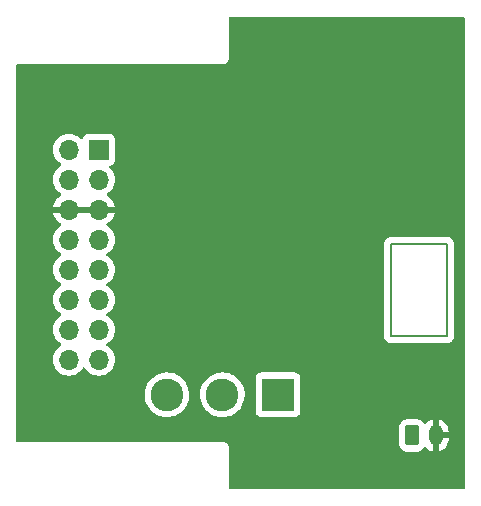
<source format=gbr>
%TF.GenerationSoftware,KiCad,Pcbnew,(6.0.4-0)*%
%TF.CreationDate,2024-03-24T13:43:06+02:00*%
%TF.ProjectId,Project_PCB_v1,50726f6a-6563-4745-9f50-43425f76312e,rev?*%
%TF.SameCoordinates,Original*%
%TF.FileFunction,Copper,L2,Bot*%
%TF.FilePolarity,Positive*%
%FSLAX46Y46*%
G04 Gerber Fmt 4.6, Leading zero omitted, Abs format (unit mm)*
G04 Created by KiCad (PCBNEW (6.0.4-0)) date 2024-03-24 13:43:06*
%MOMM*%
%LPD*%
G01*
G04 APERTURE LIST*
G04 Aperture macros list*
%AMRoundRect*
0 Rectangle with rounded corners*
0 $1 Rounding radius*
0 $2 $3 $4 $5 $6 $7 $8 $9 X,Y pos of 4 corners*
0 Add a 4 corners polygon primitive as box body*
4,1,4,$2,$3,$4,$5,$6,$7,$8,$9,$2,$3,0*
0 Add four circle primitives for the rounded corners*
1,1,$1+$1,$2,$3*
1,1,$1+$1,$4,$5*
1,1,$1+$1,$6,$7*
1,1,$1+$1,$8,$9*
0 Add four rect primitives between the rounded corners*
20,1,$1+$1,$2,$3,$4,$5,0*
20,1,$1+$1,$4,$5,$6,$7,0*
20,1,$1+$1,$6,$7,$8,$9,0*
20,1,$1+$1,$8,$9,$2,$3,0*%
G04 Aperture macros list end*
%TA.AperFunction,NonConductor*%
%ADD10C,0.200000*%
%TD*%
%TA.AperFunction,ComponentPad*%
%ADD11R,1.700000X1.700000*%
%TD*%
%TA.AperFunction,ComponentPad*%
%ADD12O,1.700000X1.700000*%
%TD*%
%TA.AperFunction,ComponentPad*%
%ADD13RoundRect,0.250000X-0.350000X-0.625000X0.350000X-0.625000X0.350000X0.625000X-0.350000X0.625000X0*%
%TD*%
%TA.AperFunction,ComponentPad*%
%ADD14O,1.200000X1.750000*%
%TD*%
%TA.AperFunction,ComponentPad*%
%ADD15R,2.775000X2.775000*%
%TD*%
%TA.AperFunction,ComponentPad*%
%ADD16C,2.775000*%
%TD*%
%TA.AperFunction,ViaPad*%
%ADD17C,0.800000*%
%TD*%
G04 APERTURE END LIST*
D10*
X118250000Y-82250000D02*
X123000000Y-82250000D01*
X123000000Y-82250000D02*
X123000000Y-90000000D01*
X123000000Y-90000000D02*
X118250000Y-90000000D01*
X118250000Y-90000000D02*
X118250000Y-82250000D01*
D11*
%TO.P,PinCon1,1,Pin_1*%
%TO.N,Motor2_A*%
X93500000Y-74250000D03*
D12*
%TO.P,PinCon1,2,Pin_2*%
%TO.N,PC6-9 PWM1*%
X90960000Y-74250000D03*
%TO.P,PinCon1,3,Pin_3*%
%TO.N,Motor2_B*%
X93500000Y-76790000D03*
%TO.P,PinCon1,4,Pin_4*%
%TO.N,PC6-9 PWM2*%
X90960000Y-76790000D03*
%TO.P,PinCon1,5,Pin_5*%
%TO.N,GND*%
X93500000Y-79330000D03*
%TO.P,PinCon1,6,Pin_6*%
X90960000Y-79330000D03*
%TO.P,PinCon1,7,Pin_7*%
%TO.N,BATT_1*%
X93500000Y-81870000D03*
%TO.P,PinCon1,8,Pin_8*%
X90960000Y-81870000D03*
%TO.P,PinCon1,9,Pin_9*%
%TO.N,Reserve*%
X93500000Y-84410000D03*
%TO.P,PinCon1,10,Pin_10*%
%TO.N,BATT_ADC*%
X90960000Y-84410000D03*
%TO.P,PinCon1,11,Pin_11*%
%TO.N,5V_1*%
X93500000Y-86950000D03*
%TO.P,PinCon1,12,Pin_12*%
X90960000Y-86950000D03*
%TO.P,PinCon1,13,Pin_13*%
%TO.N,Motor1_A*%
X93500000Y-89490000D03*
%TO.P,PinCon1,14,Pin_14*%
%TO.N,PC6-9 PWM3*%
X90960000Y-89490000D03*
%TO.P,PinCon1,15,Pin_15*%
%TO.N,Motor1_B*%
X93500000Y-92030000D03*
%TO.P,PinCon1,16,Pin_16*%
%TO.N,PC6-9 PWM4*%
X90960000Y-92030000D03*
%TD*%
D13*
%TO.P,J2,1,Pin_1*%
%TO.N,Net-(J2-Pad1)*%
X120005000Y-98445000D03*
D14*
%TO.P,J2,2,Pin_2*%
%TO.N,GND*%
X122005000Y-98445000D03*
%TD*%
D15*
%TO.P,SB1,1*%
%TO.N,Net-(JP_SB_Bat1-Pad2)*%
X108665000Y-95000000D03*
D16*
%TO.P,SB1,2*%
%TO.N,Net-(JP_SB1-Pad2)*%
X103965000Y-95000000D03*
%TO.P,SB1,3*%
%TO.N,unconnected-(SB1-Pad3)*%
X99265000Y-95000000D03*
%TD*%
D17*
%TO.N,GND*%
X107500000Y-76500000D03*
X108465000Y-72500000D03*
X112965000Y-79250000D03*
X88500000Y-87000000D03*
X95965000Y-81500000D03*
X124000000Y-86500000D03*
X115215000Y-71500000D03*
X121465000Y-72250000D03*
X117250000Y-76000000D03*
X105465000Y-84250000D03*
X107465000Y-65250000D03*
%TD*%
%TA.AperFunction,Conductor*%
%TO.N,GND*%
G36*
X124441621Y-63020502D02*
G01*
X124488114Y-63074158D01*
X124499500Y-63126500D01*
X124499500Y-102873500D01*
X124479498Y-102941621D01*
X124425842Y-102988114D01*
X124373500Y-102999500D01*
X104626500Y-102999500D01*
X104558379Y-102979498D01*
X104511886Y-102925842D01*
X104500500Y-102873500D01*
X104500500Y-99508574D01*
X104500502Y-99507804D01*
X104500914Y-99440350D01*
X104500969Y-99431376D01*
X104493007Y-99403518D01*
X104489429Y-99386757D01*
X104486596Y-99366971D01*
X104486596Y-99366970D01*
X104485323Y-99358082D01*
X104474925Y-99335212D01*
X104468477Y-99317688D01*
X104464038Y-99302155D01*
X104464036Y-99302151D01*
X104461572Y-99293529D01*
X104446111Y-99269024D01*
X104437974Y-99253942D01*
X104429702Y-99235748D01*
X104429700Y-99235745D01*
X104425984Y-99227572D01*
X104409581Y-99208536D01*
X104398473Y-99193523D01*
X104385070Y-99172280D01*
X104378341Y-99166337D01*
X104378339Y-99166335D01*
X104363356Y-99153103D01*
X104351310Y-99140909D01*
X104338260Y-99125764D01*
X104333178Y-99119866D01*
X118904500Y-99119866D01*
X118904837Y-99123112D01*
X118904837Y-99123116D01*
X118913701Y-99208537D01*
X118915359Y-99224519D01*
X118970744Y-99390529D01*
X119062834Y-99539345D01*
X119186689Y-99662984D01*
X119335666Y-99754814D01*
X119342614Y-99757119D01*
X119342615Y-99757119D01*
X119495241Y-99807744D01*
X119495243Y-99807745D01*
X119501772Y-99809910D01*
X119605134Y-99820500D01*
X120404866Y-99820500D01*
X120408112Y-99820163D01*
X120408116Y-99820163D01*
X120502661Y-99810353D01*
X120502665Y-99810352D01*
X120509519Y-99809641D01*
X120516055Y-99807460D01*
X120516057Y-99807460D01*
X120668581Y-99756574D01*
X120675529Y-99754256D01*
X120824345Y-99662166D01*
X120947984Y-99538311D01*
X120981087Y-99484608D01*
X121033858Y-99437114D01*
X121103930Y-99425690D01*
X121169054Y-99453963D01*
X121187431Y-99472888D01*
X121195259Y-99482853D01*
X121203499Y-99491506D01*
X121354123Y-99622212D01*
X121363847Y-99629147D01*
X121536467Y-99729010D01*
X121547331Y-99733984D01*
X121735727Y-99799407D01*
X121736716Y-99799648D01*
X121747008Y-99798180D01*
X121751000Y-99784615D01*
X121751000Y-99780402D01*
X122259000Y-99780402D01*
X122262973Y-99793933D01*
X122272399Y-99795288D01*
X122361537Y-99773806D01*
X122372832Y-99769917D01*
X122554382Y-99687371D01*
X122564724Y-99681424D01*
X122727397Y-99566032D01*
X122736425Y-99558239D01*
X122874342Y-99414169D01*
X122881738Y-99404804D01*
X122989921Y-99237259D01*
X122995417Y-99226655D01*
X123069961Y-99041688D01*
X123073355Y-99030230D01*
X123111857Y-98833072D01*
X123112934Y-98824209D01*
X123113000Y-98821500D01*
X123113000Y-98717115D01*
X123108525Y-98701876D01*
X123107135Y-98700671D01*
X123099452Y-98699000D01*
X122277115Y-98699000D01*
X122261876Y-98703475D01*
X122260671Y-98704865D01*
X122259000Y-98712548D01*
X122259000Y-99780402D01*
X121751000Y-99780402D01*
X121751000Y-98172885D01*
X122259000Y-98172885D01*
X122263475Y-98188124D01*
X122264865Y-98189329D01*
X122272548Y-98191000D01*
X123094885Y-98191000D01*
X123110124Y-98186525D01*
X123111329Y-98185135D01*
X123113000Y-98177452D01*
X123113000Y-98120168D01*
X123112715Y-98114192D01*
X123098529Y-97965506D01*
X123096270Y-97953772D01*
X123040128Y-97762401D01*
X123035698Y-97751325D01*
X122944381Y-97574022D01*
X122937931Y-97563976D01*
X122814738Y-97407143D01*
X122806501Y-97398494D01*
X122655877Y-97267788D01*
X122646153Y-97260853D01*
X122473533Y-97160990D01*
X122462669Y-97156016D01*
X122274273Y-97090593D01*
X122273284Y-97090352D01*
X122262992Y-97091820D01*
X122259000Y-97105385D01*
X122259000Y-98172885D01*
X121751000Y-98172885D01*
X121751000Y-97109598D01*
X121747027Y-97096067D01*
X121737601Y-97094712D01*
X121648463Y-97116194D01*
X121637168Y-97120083D01*
X121455618Y-97202629D01*
X121445276Y-97208576D01*
X121282603Y-97323968D01*
X121273575Y-97331761D01*
X121180751Y-97428726D01*
X121119196Y-97464102D01*
X121048286Y-97460583D01*
X120990536Y-97419286D01*
X120982589Y-97407898D01*
X120951020Y-97356883D01*
X120947166Y-97350655D01*
X120823311Y-97227016D01*
X120674334Y-97135186D01*
X120617076Y-97116194D01*
X120514759Y-97082256D01*
X120514757Y-97082255D01*
X120508228Y-97080090D01*
X120404866Y-97069500D01*
X119605134Y-97069500D01*
X119601888Y-97069837D01*
X119601884Y-97069837D01*
X119507339Y-97079647D01*
X119507335Y-97079648D01*
X119500481Y-97080359D01*
X119493945Y-97082540D01*
X119493943Y-97082540D01*
X119393070Y-97116194D01*
X119334471Y-97135744D01*
X119185655Y-97227834D01*
X119062016Y-97351689D01*
X118970186Y-97500666D01*
X118967881Y-97507614D01*
X118967881Y-97507615D01*
X118949187Y-97563976D01*
X118915090Y-97666772D01*
X118904500Y-97770134D01*
X118904500Y-99119866D01*
X104333178Y-99119866D01*
X104332400Y-99118963D01*
X104311314Y-99105296D01*
X104296444Y-99094009D01*
X104284338Y-99083317D01*
X104284337Y-99083317D01*
X104277612Y-99077377D01*
X104251391Y-99065066D01*
X104236413Y-99056746D01*
X104219631Y-99045869D01*
X104219628Y-99045868D01*
X104212095Y-99040985D01*
X104188019Y-99033785D01*
X104170589Y-99027129D01*
X104147837Y-99016447D01*
X104119213Y-99011990D01*
X104102495Y-99008207D01*
X104083340Y-99002478D01*
X104083332Y-99002477D01*
X104074739Y-98999907D01*
X104065768Y-98999852D01*
X104065767Y-98999852D01*
X104061038Y-98999823D01*
X104040818Y-98999699D01*
X104040075Y-98999668D01*
X104038991Y-98999500D01*
X104008574Y-98999500D01*
X104007804Y-98999498D01*
X104007191Y-98999494D01*
X103931376Y-98999031D01*
X103930047Y-98999411D01*
X103928737Y-98999500D01*
X86626500Y-98999500D01*
X86558379Y-98979498D01*
X86511886Y-98925842D01*
X86500500Y-98873500D01*
X86500500Y-94940545D01*
X97373111Y-94940545D01*
X97383608Y-95207708D01*
X97431644Y-95470726D01*
X97516260Y-95724352D01*
X97635768Y-95963525D01*
X97787783Y-96183474D01*
X97969273Y-96379809D01*
X97972727Y-96382621D01*
X98173160Y-96545799D01*
X98173164Y-96545802D01*
X98176617Y-96548613D01*
X98405676Y-96686518D01*
X98409771Y-96688252D01*
X98409773Y-96688253D01*
X98647781Y-96789036D01*
X98647788Y-96789038D01*
X98651882Y-96790772D01*
X98746999Y-96815992D01*
X98906023Y-96858157D01*
X98906028Y-96858158D01*
X98910320Y-96859296D01*
X98914729Y-96859818D01*
X98914735Y-96859819D01*
X99089092Y-96880455D01*
X99175836Y-96890722D01*
X99443130Y-96884423D01*
X99525685Y-96870682D01*
X99702481Y-96841255D01*
X99702485Y-96841254D01*
X99706871Y-96840524D01*
X99711112Y-96839183D01*
X99711115Y-96839182D01*
X99957549Y-96761245D01*
X99957551Y-96761244D01*
X99961795Y-96759902D01*
X99965806Y-96757976D01*
X99965811Y-96757974D01*
X100198797Y-96646096D01*
X100198798Y-96646095D01*
X100202816Y-96644166D01*
X100350033Y-96545799D01*
X100421417Y-96498102D01*
X100421421Y-96498099D01*
X100425125Y-96495624D01*
X100624286Y-96317240D01*
X100796326Y-96112573D01*
X100937812Y-95885708D01*
X101045921Y-95641171D01*
X101093991Y-95470726D01*
X101117284Y-95388135D01*
X101117285Y-95388131D01*
X101118495Y-95383840D01*
X101154088Y-95118851D01*
X101157823Y-95000000D01*
X101153614Y-94940545D01*
X102073111Y-94940545D01*
X102083608Y-95207708D01*
X102131644Y-95470726D01*
X102216260Y-95724352D01*
X102335768Y-95963525D01*
X102487783Y-96183474D01*
X102669273Y-96379809D01*
X102672727Y-96382621D01*
X102873160Y-96545799D01*
X102873164Y-96545802D01*
X102876617Y-96548613D01*
X103105676Y-96686518D01*
X103109771Y-96688252D01*
X103109773Y-96688253D01*
X103347781Y-96789036D01*
X103347788Y-96789038D01*
X103351882Y-96790772D01*
X103446999Y-96815992D01*
X103606023Y-96858157D01*
X103606028Y-96858158D01*
X103610320Y-96859296D01*
X103614729Y-96859818D01*
X103614735Y-96859819D01*
X103789092Y-96880455D01*
X103875836Y-96890722D01*
X104143130Y-96884423D01*
X104225685Y-96870682D01*
X104402481Y-96841255D01*
X104402485Y-96841254D01*
X104406871Y-96840524D01*
X104411112Y-96839183D01*
X104411115Y-96839182D01*
X104657549Y-96761245D01*
X104657551Y-96761244D01*
X104661795Y-96759902D01*
X104665806Y-96757976D01*
X104665811Y-96757974D01*
X104898797Y-96646096D01*
X104898798Y-96646095D01*
X104902816Y-96644166D01*
X105050033Y-96545799D01*
X105121417Y-96498102D01*
X105121421Y-96498099D01*
X105125125Y-96495624D01*
X105324286Y-96317240D01*
X105496326Y-96112573D01*
X105637812Y-95885708D01*
X105745921Y-95641171D01*
X105793991Y-95470726D01*
X105817284Y-95388135D01*
X105817285Y-95388131D01*
X105818495Y-95383840D01*
X105854088Y-95118851D01*
X105857823Y-95000000D01*
X105853614Y-94940545D01*
X105839255Y-94737748D01*
X105838940Y-94733299D01*
X105782666Y-94471919D01*
X105763297Y-94419415D01*
X105691666Y-94225253D01*
X105690125Y-94221076D01*
X105563163Y-93985775D01*
X105404314Y-93770710D01*
X105216746Y-93580173D01*
X105213207Y-93577472D01*
X105213200Y-93577466D01*
X105197027Y-93565123D01*
X106777000Y-93565123D01*
X106777001Y-96434876D01*
X106783649Y-96496080D01*
X106833974Y-96630324D01*
X106839354Y-96637503D01*
X106839356Y-96637506D01*
X106914572Y-96737865D01*
X106919954Y-96745046D01*
X106927135Y-96750428D01*
X107027494Y-96825644D01*
X107027497Y-96825646D01*
X107034676Y-96831026D01*
X107111483Y-96859819D01*
X107161525Y-96878579D01*
X107161527Y-96878579D01*
X107168920Y-96881351D01*
X107176770Y-96882204D01*
X107176771Y-96882204D01*
X107226717Y-96887630D01*
X107230123Y-96888000D01*
X108664790Y-96888000D01*
X110099876Y-96887999D01*
X110103270Y-96887630D01*
X110103276Y-96887630D01*
X110153222Y-96882205D01*
X110153226Y-96882204D01*
X110161080Y-96881351D01*
X110295324Y-96831026D01*
X110302503Y-96825646D01*
X110302506Y-96825644D01*
X110402865Y-96750428D01*
X110410046Y-96745046D01*
X110415428Y-96737865D01*
X110490644Y-96637506D01*
X110490646Y-96637503D01*
X110496026Y-96630324D01*
X110546351Y-96496080D01*
X110553000Y-96434877D01*
X110552999Y-93565124D01*
X110552630Y-93561724D01*
X110547205Y-93511778D01*
X110547204Y-93511774D01*
X110546351Y-93503920D01*
X110496026Y-93369676D01*
X110490646Y-93362497D01*
X110490644Y-93362494D01*
X110415428Y-93262135D01*
X110410046Y-93254954D01*
X110402865Y-93249572D01*
X110302506Y-93174356D01*
X110302503Y-93174354D01*
X110295324Y-93168974D01*
X110195326Y-93131487D01*
X110168475Y-93121421D01*
X110168473Y-93121421D01*
X110161080Y-93118649D01*
X110153230Y-93117796D01*
X110153229Y-93117796D01*
X110103274Y-93112369D01*
X110103273Y-93112369D01*
X110099877Y-93112000D01*
X108665210Y-93112000D01*
X107230124Y-93112001D01*
X107226730Y-93112370D01*
X107226724Y-93112370D01*
X107176778Y-93117795D01*
X107176774Y-93117796D01*
X107168920Y-93118649D01*
X107034676Y-93168974D01*
X107027497Y-93174354D01*
X107027494Y-93174356D01*
X106927135Y-93249572D01*
X106919954Y-93254954D01*
X106914572Y-93262135D01*
X106839356Y-93362494D01*
X106839354Y-93362497D01*
X106833974Y-93369676D01*
X106783649Y-93503920D01*
X106777000Y-93565123D01*
X105197027Y-93565123D01*
X105007743Y-93420667D01*
X105004203Y-93417965D01*
X104907197Y-93363639D01*
X104774816Y-93289502D01*
X104774815Y-93289502D01*
X104770925Y-93287323D01*
X104703854Y-93261375D01*
X104525721Y-93192460D01*
X104525715Y-93192458D01*
X104521566Y-93190853D01*
X104517234Y-93189849D01*
X104517231Y-93189848D01*
X104410545Y-93165120D01*
X104261103Y-93130481D01*
X103994731Y-93107411D01*
X103990296Y-93107655D01*
X103990292Y-93107655D01*
X103872918Y-93114114D01*
X103727766Y-93122102D01*
X103465535Y-93174264D01*
X103374136Y-93206361D01*
X103217477Y-93261375D01*
X103217474Y-93261376D01*
X103213269Y-93262853D01*
X103209316Y-93264906D01*
X103209310Y-93264909D01*
X103131505Y-93305326D01*
X102976003Y-93386103D01*
X102972388Y-93388686D01*
X102972382Y-93388690D01*
X102934464Y-93415787D01*
X102758469Y-93541555D01*
X102755242Y-93544633D01*
X102755240Y-93544635D01*
X102717987Y-93580173D01*
X102565009Y-93726106D01*
X102399483Y-93936076D01*
X102265193Y-94167273D01*
X102263525Y-94171390D01*
X102263522Y-94171397D01*
X102166492Y-94410953D01*
X102164818Y-94415086D01*
X102100362Y-94674569D01*
X102073111Y-94940545D01*
X101153614Y-94940545D01*
X101139255Y-94737748D01*
X101138940Y-94733299D01*
X101082666Y-94471919D01*
X101063297Y-94419415D01*
X100991666Y-94225253D01*
X100990125Y-94221076D01*
X100863163Y-93985775D01*
X100704314Y-93770710D01*
X100516746Y-93580173D01*
X100513207Y-93577472D01*
X100513200Y-93577466D01*
X100307743Y-93420667D01*
X100304203Y-93417965D01*
X100207197Y-93363639D01*
X100074816Y-93289502D01*
X100074815Y-93289502D01*
X100070925Y-93287323D01*
X100003854Y-93261375D01*
X99825721Y-93192460D01*
X99825715Y-93192458D01*
X99821566Y-93190853D01*
X99817234Y-93189849D01*
X99817231Y-93189848D01*
X99710545Y-93165120D01*
X99561103Y-93130481D01*
X99294731Y-93107411D01*
X99290296Y-93107655D01*
X99290292Y-93107655D01*
X99172918Y-93114114D01*
X99027766Y-93122102D01*
X98765535Y-93174264D01*
X98674136Y-93206361D01*
X98517477Y-93261375D01*
X98517474Y-93261376D01*
X98513269Y-93262853D01*
X98509316Y-93264906D01*
X98509310Y-93264909D01*
X98431505Y-93305326D01*
X98276003Y-93386103D01*
X98272388Y-93388686D01*
X98272382Y-93388690D01*
X98234464Y-93415787D01*
X98058469Y-93541555D01*
X98055242Y-93544633D01*
X98055240Y-93544635D01*
X98017987Y-93580173D01*
X97865009Y-93726106D01*
X97699483Y-93936076D01*
X97565193Y-94167273D01*
X97563525Y-94171390D01*
X97563522Y-94171397D01*
X97466492Y-94410953D01*
X97464818Y-94415086D01*
X97400362Y-94674569D01*
X97373111Y-94940545D01*
X86500500Y-94940545D01*
X86500500Y-92030000D01*
X89604341Y-92030000D01*
X89624937Y-92265408D01*
X89686097Y-92493663D01*
X89688419Y-92498643D01*
X89688420Y-92498645D01*
X89770121Y-92673851D01*
X89785965Y-92707829D01*
X89921505Y-92901401D01*
X90088599Y-93068495D01*
X90093107Y-93071652D01*
X90093110Y-93071654D01*
X90239784Y-93174356D01*
X90282170Y-93204035D01*
X90287152Y-93206358D01*
X90287157Y-93206361D01*
X90460781Y-93287323D01*
X90496337Y-93303903D01*
X90501645Y-93305325D01*
X90501647Y-93305326D01*
X90715004Y-93362494D01*
X90724592Y-93365063D01*
X90960000Y-93385659D01*
X91195408Y-93365063D01*
X91204996Y-93362494D01*
X91418353Y-93305326D01*
X91418355Y-93305325D01*
X91423663Y-93303903D01*
X91459219Y-93287323D01*
X91632843Y-93206361D01*
X91632848Y-93206358D01*
X91637830Y-93204035D01*
X91680216Y-93174356D01*
X91826890Y-93071654D01*
X91826893Y-93071652D01*
X91831401Y-93068495D01*
X91998495Y-92901401D01*
X92126787Y-92718180D01*
X92182244Y-92673851D01*
X92252863Y-92666542D01*
X92316224Y-92698572D01*
X92333212Y-92718179D01*
X92461505Y-92901401D01*
X92628599Y-93068495D01*
X92633107Y-93071652D01*
X92633110Y-93071654D01*
X92779784Y-93174356D01*
X92822170Y-93204035D01*
X92827152Y-93206358D01*
X92827157Y-93206361D01*
X93000781Y-93287323D01*
X93036337Y-93303903D01*
X93041645Y-93305325D01*
X93041647Y-93305326D01*
X93255004Y-93362494D01*
X93264592Y-93365063D01*
X93500000Y-93385659D01*
X93735408Y-93365063D01*
X93744996Y-93362494D01*
X93958353Y-93305326D01*
X93958355Y-93305325D01*
X93963663Y-93303903D01*
X93999219Y-93287323D01*
X94172843Y-93206361D01*
X94172848Y-93206358D01*
X94177830Y-93204035D01*
X94220216Y-93174356D01*
X94366890Y-93071654D01*
X94366893Y-93071652D01*
X94371401Y-93068495D01*
X94538495Y-92901401D01*
X94674035Y-92707829D01*
X94689880Y-92673851D01*
X94771580Y-92498645D01*
X94771581Y-92498643D01*
X94773903Y-92493663D01*
X94835063Y-92265408D01*
X94855659Y-92030000D01*
X94835063Y-91794592D01*
X94773903Y-91566337D01*
X94693288Y-91393458D01*
X94676358Y-91357152D01*
X94676356Y-91357149D01*
X94674035Y-91352171D01*
X94538495Y-91158599D01*
X94371401Y-90991505D01*
X94366893Y-90988348D01*
X94366890Y-90988346D01*
X94239408Y-90899082D01*
X94188181Y-90863213D01*
X94143853Y-90807756D01*
X94136544Y-90737137D01*
X94168575Y-90673776D01*
X94188181Y-90656787D01*
X94366890Y-90531654D01*
X94366893Y-90531652D01*
X94371401Y-90528495D01*
X94538495Y-90361401D01*
X94674035Y-90167829D01*
X94689880Y-90133851D01*
X94752296Y-90000000D01*
X117644318Y-90000000D01*
X117649500Y-90039361D01*
X117664956Y-90156762D01*
X117725464Y-90302841D01*
X117821718Y-90428282D01*
X117947159Y-90524536D01*
X118093238Y-90585044D01*
X118250000Y-90605682D01*
X118258188Y-90604604D01*
X118281173Y-90601578D01*
X118297619Y-90600500D01*
X122952381Y-90600500D01*
X122968827Y-90601578D01*
X123000000Y-90605682D01*
X123008188Y-90604604D01*
X123039361Y-90600500D01*
X123148574Y-90586122D01*
X123156762Y-90585044D01*
X123302841Y-90524536D01*
X123428282Y-90428282D01*
X123524536Y-90302841D01*
X123585044Y-90156762D01*
X123605682Y-90000000D01*
X123601578Y-89968827D01*
X123600500Y-89952381D01*
X123600500Y-82297619D01*
X123601578Y-82281173D01*
X123604604Y-82258188D01*
X123605682Y-82250000D01*
X123585044Y-82093238D01*
X123524536Y-81947159D01*
X123428282Y-81821718D01*
X123302841Y-81725464D01*
X123156762Y-81664956D01*
X123039361Y-81649500D01*
X123000000Y-81644318D01*
X122991812Y-81645396D01*
X122968827Y-81648422D01*
X122952381Y-81649500D01*
X118297619Y-81649500D01*
X118281173Y-81648422D01*
X118258188Y-81645396D01*
X118250000Y-81644318D01*
X118210639Y-81649500D01*
X118093238Y-81664956D01*
X117947159Y-81725464D01*
X117821718Y-81821718D01*
X117725464Y-81947159D01*
X117664956Y-82093238D01*
X117644318Y-82250000D01*
X117645396Y-82258188D01*
X117648422Y-82281173D01*
X117649500Y-82297619D01*
X117649500Y-89952381D01*
X117648422Y-89968827D01*
X117644318Y-90000000D01*
X94752296Y-90000000D01*
X94771580Y-89958645D01*
X94771581Y-89958643D01*
X94773903Y-89953663D01*
X94835063Y-89725408D01*
X94855659Y-89490000D01*
X94835063Y-89254592D01*
X94773903Y-89026337D01*
X94693288Y-88853458D01*
X94676358Y-88817152D01*
X94676356Y-88817149D01*
X94674035Y-88812171D01*
X94538495Y-88618599D01*
X94371401Y-88451505D01*
X94366893Y-88448348D01*
X94366890Y-88448346D01*
X94193084Y-88326646D01*
X94188181Y-88323213D01*
X94143853Y-88267756D01*
X94136544Y-88197137D01*
X94168575Y-88133776D01*
X94188181Y-88116787D01*
X94366890Y-87991654D01*
X94366893Y-87991652D01*
X94371401Y-87988495D01*
X94538495Y-87821401D01*
X94674035Y-87627829D01*
X94689880Y-87593851D01*
X94771580Y-87418645D01*
X94771581Y-87418643D01*
X94773903Y-87413663D01*
X94791565Y-87347749D01*
X94833639Y-87190723D01*
X94833639Y-87190722D01*
X94835063Y-87185408D01*
X94855659Y-86950000D01*
X94835063Y-86714592D01*
X94773903Y-86486337D01*
X94693288Y-86313458D01*
X94676358Y-86277152D01*
X94676356Y-86277149D01*
X94674035Y-86272171D01*
X94538495Y-86078599D01*
X94371401Y-85911505D01*
X94366893Y-85908348D01*
X94366890Y-85908346D01*
X94239408Y-85819082D01*
X94188181Y-85783213D01*
X94143853Y-85727756D01*
X94136544Y-85657137D01*
X94168575Y-85593776D01*
X94188181Y-85576787D01*
X94366890Y-85451654D01*
X94366893Y-85451652D01*
X94371401Y-85448495D01*
X94538495Y-85281401D01*
X94674035Y-85087829D01*
X94689880Y-85053851D01*
X94771580Y-84878645D01*
X94771581Y-84878643D01*
X94773903Y-84873663D01*
X94835063Y-84645408D01*
X94855659Y-84410000D01*
X94835063Y-84174592D01*
X94828180Y-84148903D01*
X94775326Y-83951647D01*
X94775325Y-83951645D01*
X94773903Y-83946337D01*
X94739216Y-83871951D01*
X94676358Y-83737152D01*
X94676356Y-83737149D01*
X94674035Y-83732171D01*
X94538495Y-83538599D01*
X94371401Y-83371505D01*
X94366893Y-83368348D01*
X94366890Y-83368346D01*
X94239408Y-83279082D01*
X94188181Y-83243213D01*
X94143853Y-83187756D01*
X94136544Y-83117137D01*
X94168575Y-83053776D01*
X94188181Y-83036787D01*
X94366890Y-82911654D01*
X94366893Y-82911652D01*
X94371401Y-82908495D01*
X94538495Y-82741401D01*
X94674035Y-82547829D01*
X94689880Y-82513851D01*
X94771580Y-82338645D01*
X94771581Y-82338643D01*
X94773903Y-82333663D01*
X94787968Y-82281173D01*
X94833639Y-82110723D01*
X94833639Y-82110722D01*
X94835063Y-82105408D01*
X94855659Y-81870000D01*
X94835063Y-81634592D01*
X94773903Y-81406337D01*
X94693288Y-81233458D01*
X94676358Y-81197152D01*
X94676356Y-81197149D01*
X94674035Y-81192171D01*
X94538495Y-80998599D01*
X94371401Y-80831505D01*
X94366893Y-80828348D01*
X94366890Y-80828346D01*
X94195336Y-80708223D01*
X94151008Y-80652766D01*
X94143699Y-80582147D01*
X94175730Y-80518786D01*
X94198019Y-80500860D01*
X94197737Y-80500465D01*
X94375328Y-80373792D01*
X94383200Y-80367139D01*
X94534052Y-80216812D01*
X94540730Y-80208965D01*
X94665003Y-80036020D01*
X94670313Y-80027183D01*
X94764670Y-79836267D01*
X94768469Y-79826672D01*
X94830377Y-79622910D01*
X94832555Y-79612837D01*
X94833986Y-79601962D01*
X94831775Y-79587778D01*
X94818617Y-79584000D01*
X89643225Y-79584000D01*
X89629694Y-79587973D01*
X89628257Y-79597966D01*
X89658565Y-79732446D01*
X89661645Y-79742275D01*
X89741770Y-79939603D01*
X89746413Y-79948794D01*
X89857694Y-80130388D01*
X89863777Y-80138699D01*
X90003213Y-80299667D01*
X90010580Y-80306883D01*
X90174434Y-80442916D01*
X90182876Y-80448828D01*
X90259612Y-80493669D01*
X90308335Y-80545308D01*
X90321406Y-80615091D01*
X90294674Y-80680863D01*
X90268312Y-80705669D01*
X90088599Y-80831505D01*
X89921505Y-80998599D01*
X89785965Y-81192171D01*
X89783644Y-81197149D01*
X89783642Y-81197152D01*
X89766712Y-81233458D01*
X89686097Y-81406337D01*
X89624937Y-81634592D01*
X89604341Y-81870000D01*
X89624937Y-82105408D01*
X89626361Y-82110722D01*
X89626361Y-82110723D01*
X89672033Y-82281173D01*
X89686097Y-82333663D01*
X89688419Y-82338643D01*
X89688420Y-82338645D01*
X89770121Y-82513851D01*
X89785965Y-82547829D01*
X89921505Y-82741401D01*
X90088599Y-82908495D01*
X90093107Y-82911652D01*
X90093110Y-82911654D01*
X90271820Y-83036788D01*
X90316148Y-83092245D01*
X90323457Y-83162865D01*
X90291426Y-83226225D01*
X90271822Y-83243211D01*
X90088599Y-83371505D01*
X89921505Y-83538599D01*
X89785965Y-83732171D01*
X89783644Y-83737149D01*
X89783642Y-83737152D01*
X89720784Y-83871951D01*
X89686097Y-83946337D01*
X89684675Y-83951645D01*
X89684674Y-83951647D01*
X89631820Y-84148903D01*
X89624937Y-84174592D01*
X89604341Y-84410000D01*
X89624937Y-84645408D01*
X89686097Y-84873663D01*
X89688419Y-84878643D01*
X89688420Y-84878645D01*
X89770121Y-85053851D01*
X89785965Y-85087829D01*
X89921505Y-85281401D01*
X90088599Y-85448495D01*
X90093107Y-85451652D01*
X90093110Y-85451654D01*
X90271820Y-85576788D01*
X90316148Y-85632245D01*
X90323457Y-85702865D01*
X90291426Y-85766225D01*
X90271822Y-85783211D01*
X90088599Y-85911505D01*
X89921505Y-86078599D01*
X89785965Y-86272171D01*
X89783644Y-86277149D01*
X89783642Y-86277152D01*
X89766712Y-86313458D01*
X89686097Y-86486337D01*
X89624937Y-86714592D01*
X89604341Y-86950000D01*
X89624937Y-87185408D01*
X89626361Y-87190722D01*
X89626361Y-87190723D01*
X89668436Y-87347749D01*
X89686097Y-87413663D01*
X89688419Y-87418643D01*
X89688420Y-87418645D01*
X89770121Y-87593851D01*
X89785965Y-87627829D01*
X89921505Y-87821401D01*
X90088599Y-87988495D01*
X90093107Y-87991652D01*
X90093110Y-87991654D01*
X90271820Y-88116788D01*
X90316148Y-88172245D01*
X90323457Y-88242865D01*
X90291426Y-88306225D01*
X90271822Y-88323211D01*
X90088599Y-88451505D01*
X89921505Y-88618599D01*
X89785965Y-88812171D01*
X89783644Y-88817149D01*
X89783642Y-88817152D01*
X89766712Y-88853458D01*
X89686097Y-89026337D01*
X89624937Y-89254592D01*
X89604341Y-89490000D01*
X89624937Y-89725408D01*
X89686097Y-89953663D01*
X89688419Y-89958643D01*
X89688420Y-89958645D01*
X89770121Y-90133851D01*
X89785965Y-90167829D01*
X89921505Y-90361401D01*
X90088599Y-90528495D01*
X90093107Y-90531652D01*
X90093110Y-90531654D01*
X90271820Y-90656788D01*
X90316148Y-90712245D01*
X90323457Y-90782865D01*
X90291426Y-90846225D01*
X90271822Y-90863211D01*
X90088599Y-90991505D01*
X89921505Y-91158599D01*
X89785965Y-91352171D01*
X89783644Y-91357149D01*
X89783642Y-91357152D01*
X89766712Y-91393458D01*
X89686097Y-91566337D01*
X89624937Y-91794592D01*
X89604341Y-92030000D01*
X86500500Y-92030000D01*
X86500500Y-76790000D01*
X89604341Y-76790000D01*
X89624937Y-77025408D01*
X89686097Y-77253663D01*
X89688419Y-77258643D01*
X89688420Y-77258645D01*
X89770121Y-77433851D01*
X89785965Y-77467829D01*
X89921505Y-77661401D01*
X90088599Y-77828495D01*
X90093107Y-77831652D01*
X90093110Y-77831654D01*
X90265880Y-77952629D01*
X90310208Y-78008086D01*
X90317517Y-78078706D01*
X90285486Y-78142066D01*
X90251790Y-78167605D01*
X90238458Y-78174545D01*
X90229738Y-78180036D01*
X90059433Y-78307905D01*
X90051726Y-78314748D01*
X89904590Y-78468717D01*
X89898104Y-78476727D01*
X89778098Y-78652649D01*
X89773000Y-78661623D01*
X89683338Y-78854783D01*
X89679775Y-78864470D01*
X89624389Y-79064183D01*
X89625912Y-79072607D01*
X89638292Y-79076000D01*
X94818344Y-79076000D01*
X94831875Y-79072027D01*
X94833180Y-79062947D01*
X94791214Y-78895875D01*
X94787894Y-78886124D01*
X94702972Y-78690814D01*
X94698105Y-78681739D01*
X94582426Y-78502926D01*
X94576136Y-78494757D01*
X94432806Y-78337240D01*
X94425273Y-78330215D01*
X94258139Y-78198222D01*
X94249557Y-78192520D01*
X94203863Y-78167296D01*
X94153892Y-78116864D01*
X94139120Y-78047421D01*
X94164236Y-77981015D01*
X94192485Y-77953774D01*
X94366890Y-77831654D01*
X94366893Y-77831652D01*
X94371401Y-77828495D01*
X94538495Y-77661401D01*
X94674035Y-77467829D01*
X94689880Y-77433851D01*
X94771580Y-77258645D01*
X94771581Y-77258643D01*
X94773903Y-77253663D01*
X94835063Y-77025408D01*
X94855659Y-76790000D01*
X94835063Y-76554592D01*
X94773903Y-76326337D01*
X94693288Y-76153458D01*
X94676358Y-76117152D01*
X94676356Y-76117149D01*
X94674035Y-76112171D01*
X94538495Y-75918599D01*
X94418885Y-75798989D01*
X94384859Y-75736677D01*
X94389924Y-75665862D01*
X94432471Y-75609026D01*
X94463752Y-75591912D01*
X94584419Y-75546677D01*
X94584420Y-75546676D01*
X94592824Y-75543526D01*
X94600003Y-75538146D01*
X94600006Y-75538144D01*
X94700365Y-75462928D01*
X94707546Y-75457546D01*
X94725361Y-75433776D01*
X94788144Y-75350006D01*
X94788146Y-75350003D01*
X94793526Y-75342824D01*
X94843851Y-75208580D01*
X94846688Y-75182471D01*
X94850131Y-75150774D01*
X94850131Y-75150773D01*
X94850500Y-75147377D01*
X94850499Y-73352624D01*
X94843851Y-73291420D01*
X94793526Y-73157176D01*
X94788146Y-73149997D01*
X94788144Y-73149994D01*
X94712928Y-73049635D01*
X94707546Y-73042454D01*
X94700365Y-73037072D01*
X94600006Y-72961856D01*
X94600003Y-72961854D01*
X94592824Y-72956474D01*
X94485821Y-72916361D01*
X94465975Y-72908921D01*
X94465973Y-72908921D01*
X94458580Y-72906149D01*
X94450730Y-72905296D01*
X94450729Y-72905296D01*
X94400774Y-72899869D01*
X94400773Y-72899869D01*
X94397377Y-72899500D01*
X93500132Y-72899500D01*
X92602624Y-72899501D01*
X92599230Y-72899870D01*
X92599224Y-72899870D01*
X92549278Y-72905295D01*
X92549274Y-72905296D01*
X92541420Y-72906149D01*
X92407176Y-72956474D01*
X92399997Y-72961854D01*
X92399994Y-72961856D01*
X92299635Y-73037072D01*
X92292454Y-73042454D01*
X92287072Y-73049635D01*
X92211856Y-73149994D01*
X92211854Y-73149997D01*
X92206474Y-73157176D01*
X92203324Y-73165580D01*
X92203323Y-73165581D01*
X92186107Y-73211505D01*
X92158924Y-73284019D01*
X92158088Y-73286248D01*
X92115447Y-73343013D01*
X92048886Y-73367714D01*
X91979537Y-73352507D01*
X91951011Y-73331115D01*
X91831401Y-73211505D01*
X91826893Y-73208348D01*
X91826890Y-73208346D01*
X91642339Y-73079122D01*
X91642336Y-73079120D01*
X91637830Y-73075965D01*
X91632848Y-73073642D01*
X91632843Y-73073639D01*
X91428645Y-72978420D01*
X91428644Y-72978419D01*
X91423663Y-72976097D01*
X91418355Y-72974675D01*
X91418353Y-72974674D01*
X91200723Y-72916361D01*
X91200722Y-72916361D01*
X91195408Y-72914937D01*
X90960000Y-72894341D01*
X90724592Y-72914937D01*
X90719278Y-72916361D01*
X90719277Y-72916361D01*
X90501647Y-72974674D01*
X90501645Y-72974675D01*
X90496337Y-72976097D01*
X90491357Y-72978419D01*
X90491355Y-72978420D01*
X90287152Y-73073642D01*
X90287149Y-73073644D01*
X90282171Y-73075965D01*
X90088599Y-73211505D01*
X89921505Y-73378599D01*
X89785965Y-73572171D01*
X89686097Y-73786337D01*
X89624937Y-74014592D01*
X89604341Y-74250000D01*
X89624937Y-74485408D01*
X89686097Y-74713663D01*
X89785965Y-74927829D01*
X89921505Y-75121401D01*
X90088599Y-75288495D01*
X90093107Y-75291652D01*
X90093110Y-75291654D01*
X90271820Y-75416788D01*
X90316148Y-75472245D01*
X90323457Y-75542865D01*
X90291426Y-75606225D01*
X90271822Y-75623211D01*
X90088599Y-75751505D01*
X89921505Y-75918599D01*
X89785965Y-76112171D01*
X89783644Y-76117149D01*
X89783642Y-76117152D01*
X89766712Y-76153458D01*
X89686097Y-76326337D01*
X89624937Y-76554592D01*
X89604341Y-76790000D01*
X86500500Y-76790000D01*
X86500500Y-67126500D01*
X86520502Y-67058379D01*
X86574158Y-67011886D01*
X86626500Y-67000500D01*
X103991426Y-67000500D01*
X103992197Y-67000502D01*
X104068624Y-67000969D01*
X104096482Y-66993007D01*
X104113241Y-66989429D01*
X104122644Y-66988083D01*
X104133029Y-66986596D01*
X104133030Y-66986596D01*
X104141918Y-66985323D01*
X104150092Y-66981607D01*
X104150094Y-66981606D01*
X104164788Y-66974925D01*
X104182312Y-66968477D01*
X104197845Y-66964038D01*
X104197849Y-66964036D01*
X104206471Y-66961572D01*
X104230975Y-66946111D01*
X104246058Y-66937974D01*
X104264252Y-66929702D01*
X104264255Y-66929700D01*
X104272428Y-66925984D01*
X104291464Y-66909581D01*
X104306477Y-66898473D01*
X104327720Y-66885070D01*
X104333663Y-66878341D01*
X104333665Y-66878339D01*
X104346897Y-66863356D01*
X104359091Y-66851310D01*
X104374236Y-66838260D01*
X104381037Y-66832400D01*
X104394704Y-66811314D01*
X104405991Y-66796444D01*
X104416683Y-66784338D01*
X104416683Y-66784337D01*
X104422623Y-66777612D01*
X104434934Y-66751391D01*
X104443254Y-66736413D01*
X104454131Y-66719631D01*
X104454132Y-66719628D01*
X104459015Y-66712095D01*
X104466215Y-66688019D01*
X104472871Y-66670589D01*
X104483553Y-66647837D01*
X104488010Y-66619213D01*
X104491793Y-66602495D01*
X104497522Y-66583340D01*
X104497523Y-66583332D01*
X104500093Y-66574739D01*
X104500301Y-66540818D01*
X104500332Y-66540075D01*
X104500500Y-66538991D01*
X104500500Y-66508574D01*
X104500502Y-66507804D01*
X104500788Y-66461009D01*
X104500969Y-66431376D01*
X104500589Y-66430047D01*
X104500500Y-66428737D01*
X104500500Y-63126500D01*
X104520502Y-63058379D01*
X104574158Y-63011886D01*
X104626500Y-63000500D01*
X124373500Y-63000500D01*
X124441621Y-63020502D01*
G37*
%TD.AperFunction*%
%TD*%
M02*

</source>
